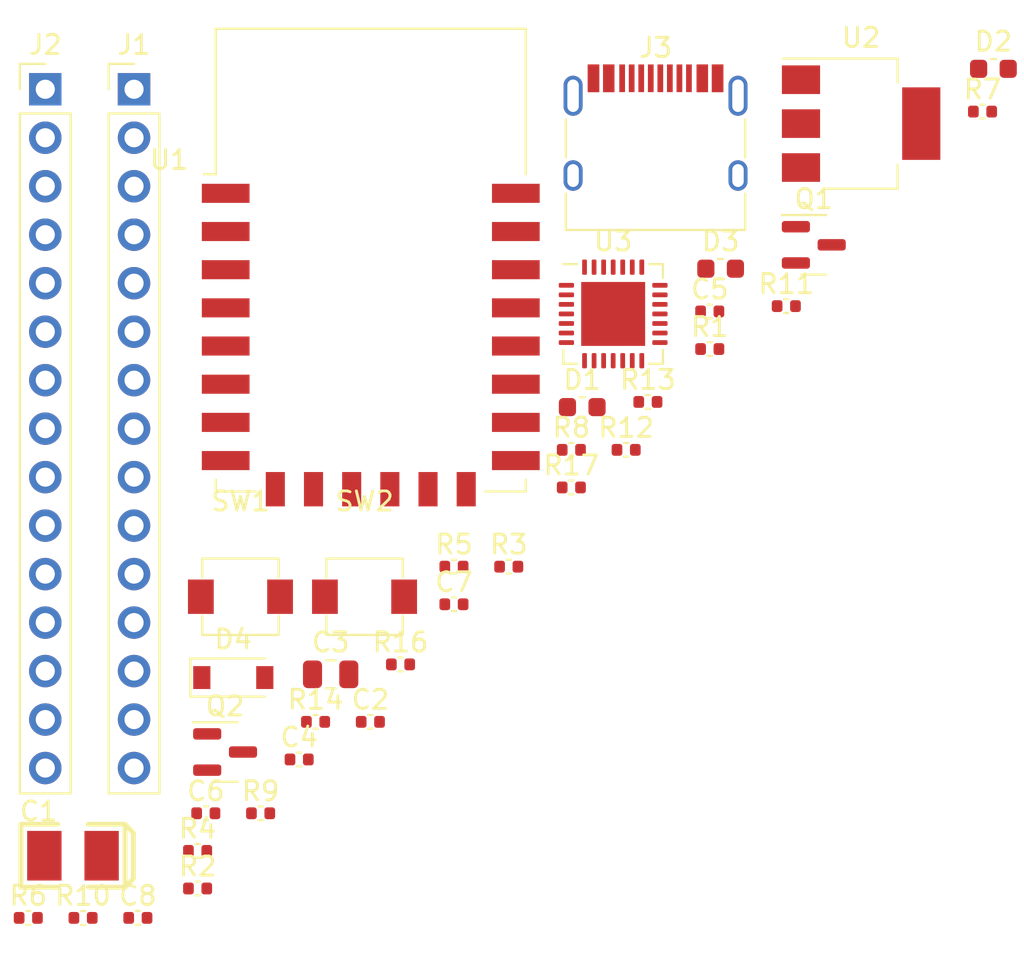
<source format=kicad_pcb>
(kicad_pcb (version 20211014) (generator pcbnew)
  (layers (0 "F.Cu" signal) (31 "B.Cu" signal) (34 "B.Paste" user) (35 "F.Paste" user) (36 "B.SilkS" user "B.Silkscreen") (37 "F.SilkS" user "F.Silkscreen") (38 "B.Mask" user) (39 "F.Mask" user) (44 "Edge.Cuts" user))
  (net 0 "")
  (net 1 "+3V3")
  (net 2 "GND")
  (net 3 "/nRST")
  (net 4 "+5VD")
  (net 5 "/VDDUSB")
  (net 6 "/GPIO16")
  (net 7 "Net-(D1-Pad2)")
  (net 8 "/TXD")
  (net 9 "Net-(D2-Pad2)")
  (net 10 "/RXD")
  (net 11 "Net-(D3-Pad2)")
  (net 12 "/ADC EX")
  (net 13 "/ADC")
  (net 15 "/GPIO10")
  (net 16 "/GPIO9")
  (net 17 "/SPI_INT")
  (net 18 "/SPI_MOSI")
  (net 19 "/SPI_MISO")
  (net 20 "/SPI_CLK")
  (net 21 "/EN")
  (net 22 "/GPIO5")
  (net 23 "/GPIO4")
  (net 24 "/GPIO0")
  (net 25 "/GPIO2")
  (net 26 "/GPIO14")
  (net 27 "/GPIO12")
  (net 28 "/GPIO13")
  (net 29 "/GPIO15")
  (net 31 "Net-(J3-PadA6)")
  (net 32 "Net-(J3-PadA7)")
  (net 36 "Net-(Q1-Pad1)")
  (net 37 "Net-(Q1-Pad2)")
  (net 38 "Net-(Q2-Pad1)")
  (net 39 "Net-(Q2-Pad2)")
  (net 40 "Net-(R7-Pad2)")
  (net 41 "Net-(R9-Pad2)")
  (net 42 "/DCD")
  (net 43 "/RI")
  (net 45 "Net-(R13-Pad2)")
  (net 46 "/ACTIVE")
  (net 48 "/CTS")
  (net 49 "/DSR")
  (footprint "Package_TO_SOT_SMD:SOT-23" (layer "F.Cu") (at 92.7684 54.268)
    (fp_text reference "Q2" (at 0 -2.4) (layer "F.SilkS"))
    (fp_text value "q2")
    (fp_line (start 0 -1.56) (end 0.65 -1.56) (layer "F.SilkS") (width 0.12))
    (fp_line (start 0 1.56) (end 0.65 1.56) (layer "F.SilkS") (width 0.12))
    (fp_line (start 0 -1.56) (end -1.675 -1.56) (layer "F.SilkS") (width 0.12))
    (fp_line (start 0 1.56) (end -0.65 1.56) (layer "F.SilkS") (width 0.12))
    (pad "1" smd roundrect (at -0.9375 -0.95) (size 1.475 0.6) (layers "F.Cu" "F.Paste" "F.Mask") (net 38 "Net-(Q2-Pad1)"))
    (pad "2" smd roundrect (at -0.9375 0.95) (size 1.475 0.6) (layers "F.Cu" "F.Paste" "F.Mask") (net 39 "Net-(Q2-Pad2)"))
    (pad "3" smd roundrect (at 0.9375 0) (size 1.475 0.6) (layers "F.Cu" "F.Paste" "F.Mask") (net 24 "/GPIO0"))
  )
  (footprint "Capacitor_SMD:C_0402_1005Metric" (layer "F.Cu") (at 118.1584 31.188)
    (fp_text reference "C5" (at 0 -1.16) (layer "F.SilkS"))
    (fp_text value "10uf")
    (fp_line (start -0.107836 0.36) (end 0.107836 0.36) (layer "F.SilkS") (width 0.12))
    (fp_line (start -0.107836 -0.36) (end 0.107836 -0.36) (layer "F.SilkS") (width 0.12))
    (pad "1" smd roundrect (at -0.48 0) (size 0.56 0.62) (layers "F.Cu" "F.Paste" "F.Mask") (net 1 "+3V3"))
    (pad "2" smd roundrect (at 0.48 0) (size 0.56 0.62) (layers "F.Cu" "F.Paste" "F.Mask") (net 2 "GND"))
  )
  (footprint "Capacitor_SMD:C_0603_1608Metric" (layer "F.Cu") (at 118.7284 28.948)
    (fp_text reference "D3" (at 0 -1.43) (layer "F.SilkS"))
    (fp_text value "RXD")
    (fp_line (start -0.14058 -0.51) (end 0.14058 -0.51) (layer "F.SilkS") (width 0.12))
    (fp_line (start -0.14058 0.51) (end 0.14058 0.51) (layer "F.SilkS") (width 0.12))
    (pad "1" smd roundrect (at -0.775 0) (size 0.9 0.95) (layers "F.Cu" "F.Paste" "F.Mask") (net 10 "/RXD"))
    (pad "2" smd roundrect (at 0.775 0) (size 0.9 0.95) (layers "F.Cu" "F.Paste" "F.Mask") (net 11 "Net-(D3-Pad2)"))
  )
  (footprint "Capacitor_SMD:C_0402_1005Metric" (layer "F.Cu") (at 96.6484 54.658)
    (fp_text reference "C4" (at 0 -1.16) (layer "F.SilkS"))
    (fp_text value "10uf")
    (fp_line (start -0.107836 0.36) (end 0.107836 0.36) (layer "F.SilkS") (width 0.12))
    (fp_line (start -0.107836 -0.36) (end 0.107836 -0.36) (layer "F.SilkS") (width 0.12))
    (pad "1" smd roundrect (at -0.48 0) (size 0.56 0.62) (layers "F.Cu" "F.Paste" "F.Mask") (net 1 "+3V3"))
    (pad "2" smd roundrect (at 0.48 0) (size 0.56 0.62) (layers "F.Cu" "F.Paste" "F.Mask") (net 2 "GND"))
  )
  (footprint "Capacitor_SMD:C_0402_1005Metric" (layer "F.Cu") (at 91.3284 61.418)
    (fp_text reference "R2" (at 0 -1.16) (layer "F.SilkS"))
    (fp_text value "470")
    (fp_line (start -0.107836 -0.36) (end 0.107836 -0.36) (layer "F.SilkS") (width 0.12))
    (fp_line (start -0.107836 0.36) (end 0.107836 0.36) (layer "F.SilkS") (width 0.12))
    (pad "1" smd roundrect (at -0.48 0) (size 0.56 0.62) (layers "F.Cu" "F.Paste" "F.Mask") (net 1 "+3V3"))
    (pad "2" smd roundrect (at 0.48 0) (size 0.56 0.62) (layers "F.Cu" "F.Paste" "F.Mask") (net 7 "Net-(D1-Pad2)"))
  )
  (footprint "Capacitor_SMD:C_0402_1005Metric" (layer "F.Cu") (at 107.6284 44.558)
    (fp_text reference "R3" (at 0 -1.16) (layer "F.SilkS"))
    (fp_text value "12K")
    (fp_line (start -0.107836 -0.36) (end 0.107836 -0.36) (layer "F.SilkS") (width 0.12))
    (fp_line (start -0.107836 0.36) (end 0.107836 0.36) (layer "F.SilkS") (width 0.12))
    (pad "1" smd roundrect (at -0.48 0) (size 0.56 0.62) (layers "F.Cu" "F.Paste" "F.Mask") (net 25 "/GPIO2"))
    (pad "2" smd roundrect (at 0.48 0) (size 0.56 0.62) (layers "F.Cu" "F.Paste" "F.Mask") (net 1 "+3V3"))
  )
  (footprint "myFootPrint:SMD,3x4x2mm" (layer "F.Cu") (at 93.5734 46.133)
    (fp_text reference "SW1" (at 0 -5 unlocked) (layer "F.SilkS"))
    (fp_text value "SW_Push")
    (fp_line (start 2 2) (end 2 1) (layer "F.SilkS") (width 0.12))
    (fp_line (start 2 -2) (end 2 -1) (layer "F.SilkS") (width 0.12))
    (fp_line (start -2 1) (end -2 2) (layer "F.SilkS") (width 0.12))
    (fp_line (start -2 2) (end 2 2) (layer "F.SilkS") (width 0.12))
    (fp_line (start -2 -1) (end -2 -2) (layer "F.SilkS") (width 0.12))
    (fp_line (start -2 -2) (end 2 -2) (layer "F.SilkS") (width 0.12))
    (pad "1" smd rect (at -2.075 0) (size 1.35 1.8) (property pad_prop_bga) (layers "F.Cu" "F.Paste" "F.Mask") (net 40 "Net-(R7-Pad2)"))
    (pad "2" smd rect (at 2.075 0) (size 1.35 1.8) (property pad_prop_bga) (layers "F.Cu" "F.Paste" "F.Mask") (net 2 "GND"))
  )
  (footprint "myFootPrint:SMD,3x4x2mm" (layer "F.Cu") (at 100.0734 46.133)
    (fp_text reference "SW2" (at 0 -5 unlocked) (layer "F.SilkS"))
    (fp_text value "SW_Push")
    (fp_line (start 2 -2) (end 2 -1) (layer "F.SilkS") (width 0.12))
    (fp_line (start 2 2) (end 2 1) (layer "F.SilkS") (width 0.12))
    (fp_line (start -2 -1) (end -2 -2) (layer "F.SilkS") (width 0.12))
    (fp_line (start -2 2) (end 2 2) (layer "F.SilkS") (width 0.12))
    (fp_line (start -2 1) (end -2 2) (layer "F.SilkS") (width 0.12))
    (fp_line (start -2 -2) (end 2 -2) (layer "F.SilkS") (width 0.12))
    (pad "1" smd rect (at -2.075 0) (size 1.35 1.8) (property pad_prop_bga) (layers "F.Cu" "F.Paste" "F.Mask") (net 41 "Net-(R9-Pad2)"))
    (pad "2" smd rect (at 2.075 0) (size 1.35 1.8) (property pad_prop_bga) (layers "F.Cu" "F.Paste" "F.Mask") (net 2 "GND"))
  )
  (footprint "Capacitor_SMD:C_0402_1005Metric" (layer "F.Cu") (at 91.7584 57.478)
    (fp_text reference "C6" (at 0 -1.16) (layer "F.SilkS"))
    (fp_text value "100nf")
    (fp_line (start -0.107836 0.36) (end 0.107836 0.36) (layer "F.SilkS") (width 0.12))
    (fp_line (start -0.107836 -0.36) (end 0.107836 -0.36) (layer "F.SilkS") (width 0.12))
    (pad "1" smd roundrect (at -0.48 0) (size 0.56 0.62) (layers "F.Cu" "F.Paste" "F.Mask") (net 1 "+3V3"))
    (pad "2" smd roundrect (at 0.48 0) (size 0.56 0.62) (layers "F.Cu" "F.Paste" "F.Mask") (net 2 "GND"))
  )
  (footprint "Connector_PinHeader_2.54mm:PinHeader_1x15_P2.54mm_Vertical" (layer "F.Cu") (at 83.3484 19.548)
    (fp_text reference "J2" (at 0 -2.33) (layer "F.SilkS"))
    (fp_text value "J1")
    (fp_line (start -1.33 -1.33) (end 0 -1.33) (layer "F.SilkS") (width 0.12))
    (fp_line (start -1.33 1.27) (end 1.33 1.27) (layer "F.SilkS") (width 0.12))
    (fp_line (start -1.33 36.89) (end 1.33 36.89) (layer "F.SilkS") (width 0.12))
    (fp_line (start -1.33 1.27) (end -1.33 36.89) (layer "F.SilkS") (width 0.12))
    (fp_line (start 1.33 1.27) (end 1.33 36.89) (layer "F.SilkS") (width 0.12))
    (fp_line (start -1.33 0) (end -1.33 -1.33) (layer "F.SilkS") (width 0.12))
    (pad "1" thru_hole rect (at 0 0) (size 1.7 1.7) (drill 1) (layers *.Cu *.Mask) (net 6 "/GPIO16"))
    (pad "2" thru_hole oval (at 0 2.54) (size 1.7 1.7) (drill 1) (layers *.Cu *.Mask) (net 22 "/GPIO5"))
    (pad "3" thru_hole oval (at 0 5.08) (size 1.7 1.7) (drill 1) (layers *.Cu *.Mask) (net 23 "/GPIO4"))
    (pad "4" thru_hole oval (at 0 7.62) (size 1.7 1.7) (drill 1) (layers *.Cu *.Mask) (net 24 "/GPIO0"))
    (pad "5" thru_hole oval (at 0 10.16) (size 1.7 1.7) (drill 1) (layers *.Cu *.Mask) (net 25 "/GPIO2"))
    (pad "6" thru_hole oval (at 0 12.7) (size 1.7 1.7) (drill 1) (layers *.Cu *.Mask) (net 1 "+3V3"))
    (pad "7" thru_hole oval (at 0 15.24) (size 1.7 1.7) (drill 1) (layers *.Cu *.Mask) (net 2 "GND"))
    (pad "8" thru_hole oval (at 0 17.78) (size 1.7 1.7) (drill 1) (layers *.Cu *.Mask) (net 26 "/GPIO14"))
    (pad "9" thru_hole oval (at 0 20.32) (size 1.7 1.7) (drill 1) (layers *.Cu *.Mask) (net 27 "/GPIO12"))
    (pad "10" thru_hole oval (at 0 22.86) (size 1.7 1.7) (drill 1) (layers *.Cu *.Mask) (net 28 "/GPIO13"))
    (pad "11" thru_hole oval (at 0 25.4) (size 1.7 1.7) (drill 1) (layers *.Cu *.Mask) (net 29 "/GPIO15"))
    (pad "12" thru_hole oval (at 0 27.94) (size 1.7 1.7) (drill 1) (layers *.Cu *.Mask) (net 10 "/RXD"))
    (pad "13" thru_hole oval (at 0 30.48) (size 1.7 1.7) (drill 1) (layers *.Cu *.Mask) (net 8 "/TXD"))
    (pad "14" thru_hole oval (at 0 33.02) (size 1.7 1.7) (drill 1) (layers *.Cu *.Mask) (net 2 "GND"))
    (pad "15" thru_hole oval (at 0 35.56) (size 1.7 1.7) (drill 1) (layers *.Cu *.Mask) (net 1 "+3V3"))
  )
  (footprint "Capacitor_SMD:C_0402_1005Metric" (layer "F.Cu") (at 101.9584 49.678)
    (fp_text reference "R16" (at 0 -1.16) (layer "F.SilkS"))
    (fp_text value "220K(1%)")
    (fp_line (start -0.107836 -0.36) (end 0.107836 -0.36) (layer "F.SilkS") (width 0.12))
    (fp_line (start -0.107836 0.36) (end 0.107836 0.36) (layer "F.SilkS") (width 0.12))
    (pad "1" smd roundrect (at -0.48 0) (size 0.56 0.62) (layers "F.Cu" "F.Paste" "F.Mask") (net 13 "/ADC"))
    (pad "2" smd roundrect (at 0.48 0) (size 0.56 0.62) (layers "F.Cu" "F.Paste" "F.Mask") (net 12 "/ADC EX"))
  )
  (footprint "lc_lib:CASE-B_3528" (layer "F.Cu") (at 84.8 59.7)
    (fp_text reference "C1" (at -1.800219 -2.326276) (layer "F.SilkS"))
    (fp_text value "100uf")
    (fp_line (start 0.8 -1.65) (end 2.727 -1.65) (layer "F.SilkS") (width 0.254))
    (fp_line (start 3.163 1.2) (end 3.163 -1.2) (layer "F.SilkS") (width 0.254))
    (fp_line (start 0.8 1.65) (end 2.727 1.65) (layer "F.SilkS") (width 0.254))
    (fp_line (start 2.727 1.65) (end 2.727 -1.65) (layer "F.SilkS") (width 0.254))
    (fp_line (start -2.727 -1.65) (end -0.8 -1.65) (layer "F.SilkS") (width 0.254))
    (fp_line (start 2.727 -1.65) (end 3.163 -1.2) (layer "F.SilkS") (width 0.254))
    (fp_line (start -2.727 1.65) (end -0.8 1.65) (layer "F.SilkS") (width 0.254))
    (fp_line (start -2.727 1.65) (end -2.727 -1.65) (layer "F.SilkS") (width 0.254))
    (fp_line (start 2.727 1.65) (end 3.163 1.2) (layer "F.SilkS") (width 0.254))
    (pad "1" smd rect locked (at 1.5 0 180) (size 1.8 2.6) (layers "F.Cu" "F.Paste" "F.Mask") (net 1 "+3V3"))
    (pad "2" smd rect locked (at -1.5 0 180) (size 1.8 2.6) (layers "F.Cu" "F.Paste" "F.Mask") (net 2 "GND"))
  )
  (footprint "Capacitor_SMD:C_0603_1608Metric" (layer "F.Cu") (at 111.4784 36.198)
    (fp_text reference "D1" (at 0 -1.43) (layer "F.SilkS"))
    (fp_text value "3.3")
    (fp_line (start -0.14058 -0.51) (end 0.14058 -0.51) (layer "F.SilkS") (width 0.12))
    (fp_line (start -0.14058 0.51) (end 0.14058 0.51) (layer "F.SilkS") (width 0.12))
    (pad "1" smd roundrect (at -0.775 0) (size 0.9 0.95) (layers "F.Cu" "F.Paste" "F.Mask") (net 6 "/GPIO16"))
    (pad "2" smd roundrect (at 0.775 0) (size 0.9 0.95) (layers "F.Cu" "F.Paste" "F.Mask") (net 7 "Net-(D1-Pad2)"))
  )
  (footprint "Capacitor_SMD:C_0402_1005Metric" (layer "F.Cu") (at 110.9084 40.408)
    (fp_text reference "R17" (at 0 -1.16) (layer "F.SilkS"))
    (fp_text value "100K(1%)")
    (fp_line (start -0.107836 -0.36) (end 0.107836 -0.36) (layer "F.SilkS") (width 0.12))
    (fp_line (start -0.107836 0.36) (end 0.107836 0.36) (layer "F.SilkS") (width 0.12))
    (pad "1" smd roundrect (at -0.48 0) (size 0.56 0.62) (layers "F.Cu" "F.Paste" "F.Mask") (net 13 "/ADC"))
    (pad "2" smd roundrect (at 0.48 0) (size 0.56 0.62) (layers "F.Cu" "F.Paste" "F.Mask") (net 2 "GND"))
  )
  (footprint "Capacitor_SMD:C_0402_1005Metric" (layer "F.Cu") (at 104.7584 44.558)
    (fp_text reference "R5" (at 0 -1.16) (layer "F.SilkS"))
    (fp_text value "1k")
    (fp_line (start -0.107836 -0.36) (end 0.107836 -0.36) (layer "F.SilkS") (width 0.12))
    (fp_line (start -0.107836 0.36) (end 0.107836 0.36) (layer "F.SilkS") (width 0.12))
    (pad "1" smd roundrect (at -0.48 0) (size 0.56 0.62) (layers "F.Cu" "F.Paste" "F.Mask") (net 1 "+3V3"))
    (pad "2" smd roundrect (at 0.48 0) (size 0.56 0.62) (layers "F.Cu" "F.Paste" "F.Mask") (net 11 "Net-(D3-Pad2)"))
  )
  (footprint "Package_TO_SOT_SMD:SOT-23" (layer "F.Cu") (at 123.6084 27.698)
    (fp_text reference "Q1" (at 0 -2.4) (layer "F.SilkS"))
    (fp_text value "q1")
    (fp_line (start 0 -1.56) (end 0.65 -1.56) (layer "F.SilkS") (width 0.12))
    (fp_line (start 0 1.56) (end -0.65 1.56) (layer "F.SilkS") (width 0.12))
    (fp_line (start 0 1.56) (end 0.65 1.56) (layer "F.SilkS") (width 0.12))
    (fp_line (start 0 -1.56) (end -1.675 -1.56) (layer "F.SilkS") (width 0.12))
    (pad "1" smd roundrect (at -0.9375 -0.95) (size 1.475 0.6) (layers "F.Cu" "F.Paste" "F.Mask") (net 36 "Net-(Q1-Pad1)"))
    (pad "2" smd roundrect (at -0.9375 0.95) (size 1.475 0.6) (layers "F.Cu" "F.Paste" "F.Mask") (net 37 "Net-(Q1-Pad2)"))
    (pad "3" smd roundrect (at 0.9375 0) (size 1.475 0.6) (layers "F.Cu" "F.Paste" "F.Mask") (net 3 "/nRST"))
  )
  (footprint "Capacitor_SMD:C_0402_1005Metric" (layer "F.Cu") (at 104.7584 46.528)
    (fp_text reference "C7" (at 0 -1.16) (layer "F.SilkS"))
    (fp_text value "100nf")
    (fp_line (start -0.107836 0.36) (end 0.107836 0.36) (layer "F.SilkS") (width 0.12))
    (fp_line (start -0.107836 -0.36) (end 0.107836 -0.36) (layer "F.SilkS") (width 0.12))
    (pad "1" smd roundrect (at -0.48 0) (size 0.56 0.62) (layers "F.Cu" "F.Paste" "F.Mask") (net 5 "/VDDUSB"))
    (pad "2" smd roundrect (at 0.48 0) (size 0.56 0.62) (layers "F.Cu" "F.Paste" "F.Mask") (net 2 "GND"))
  )
  (footprint "Diode_SMD:D_SOD-123" (layer "F.Cu") (at 93.1984 50.368)
    (fp_text reference "D4" (at 0 -2) (layer "F.SilkS"))
    (fp_text value "B120-E3")
    (fp_line (start -2.25 1) (end 1.65 1) (layer "F.SilkS") (width 0.12))
    (fp_line (start -2.25 -1) (end 1.65 -1) (layer "F.SilkS") (width 0.12))
    (fp_line (start -2.25 -1) (end -2.25 1) (layer "F.SilkS") (width 0.12))
    (pad "1" smd rect (at -1.65 0) (size 0.9 1.2) (layers "F.Cu" "F.Paste" "F.Mask") (net 4 "+5VD"))
    (pad "2" smd rect (at 1.65 0) (size 0.9 1.2) (layers "F.Cu" "F.Paste" "F.Mask") (net 5 "/VDDUSB"))
  )
  (footprint "Capacitor_SMD:C_0402_1005Metric" (layer "F.Cu") (at 113.7784 38.438)
    (fp_text reference "R12" (at 0 -1.16) (layer "F.SilkS"))
    (fp_text value "12K")
    (fp_line (start -0.107836 -0.36) (end 0.107836 -0.36) (layer "F.SilkS") (width 0.12))
    (fp_line (start -0.107836 0.36) (end 0.107836 0.36) (layer "F.SilkS") (width 0.12))
    (pad "1" smd roundrect (at -0.48 0) (size 0.56 0.62) (layers "F.Cu" "F.Paste" "F.Mask") (net 36 "Net-(Q1-Pad1)"))
    (pad "2" smd roundrect (at 0.48 0) (size 0.56 0.62) (layers "F.Cu" "F.Paste" "F.Mask") (net 39 "Net-(Q2-Pad2)"))
  )
  (footprint "RF_Module:ESP-12E" (layer "F.Cu") (at 100.4 28.5)
    (fp_text reference "U1" (at -10.56 -5.26) (layer "F.SilkS"))
    (fp_text value "ESP-12E")
    (fp_line (start -6 12.12) (end -8.12 12.12) (layer "F.SilkS") (width 0.12))
    (fp_line (start -8.12 12.12) (end -8.12 11.5) (layer "F.SilkS") (width 0.12))
    (fp_line (start 8.12 12.12) (end 6 12.12) (layer "F.SilkS") (width 0.12))
    (fp_line (start -8.12 -4.5) (end -8.12 -12.12) (layer "F.SilkS") (width 0.12))
    (fp_line (start 8.12 -12.12) (end 8.12 -4.5) (layer "F.SilkS") (width 0.12))
    (fp_line (start 8.12 11.5) (end 8.12 12.12) (layer "F.SilkS") (width 0.12))
    (fp_line (start -8.12 -4.5) (end -8.73 -4.5) (layer "F.SilkS") (width 0.12))
    (fp_line (start -8.12 -12.12) (end 8.12 -12.12) (layer "F.SilkS") (width 0.12))
    (pad "1" smd rect (at -7.6 -3.5) (size 2.5 1) (layers "F.Cu" "F.Paste" "F.Mask") (net 3 "/nRST"))
    (pad "2" smd rect (at -7.6 -1.5) (size 2.5 1) (layers "F.Cu" "F.Paste" "F.Mask") (net 13 "/ADC"))
    (pad "3" smd rect (at -7.6 0.5) (size 2.5 1) (layers "F.Cu" "F.Paste" "F.Mask") (net 21 "/EN"))
    (pad "4" smd rect (at -7.6 2.5) (size 2.5 1) (layers "F.Cu" "F.Paste" "F.Mask") (net 6 "/GPIO16"))
    (pad "5" smd rect (at -7.6 4.5) (size 2.5 1) (layers "F.Cu" "F.Paste" "F.Mask") (net 26 "/GPIO14"))
    (pad "6" smd rect (at -7.6 6.5) (size 2.5 1) (layers "F.Cu" "F.Paste" "F.Mask") (net 27 "/GPIO12"))
    (pad "7" smd rect (at -7.6 8.5) (size 2.5 1) (layers "F.Cu" "F.Paste" "F.Mask") (net 28 "/GPIO13"))
    (pad "8" smd rect (at -7.6 10.5) (size 2.5 1) (layers "F.Cu" "F.Paste" "F.Mask") (net 1 "+3V3"))
    (pad "9" smd rect (at -5 12) (size 1 1.8) (layers "F.Cu" "F.Paste" "F.Mask") (net 18 "/SPI_MOSI"))
    (pad "10" smd rect (at -3 12) (size 1 1.8) (layers "F.Cu" "F.Paste" "F.Mask") (net 19 "/SPI_MISO"))
    (pad "11" smd rect (at -1 12) (size 1 1.8) (layers "F.Cu" "F.Paste" "F.Mask") (net 16 "/GPIO9"))
    (pad "12" smd rect (at 1 12) (size 1 1.8) (layers "F.Cu" "F.Paste" "F.Mask") (net 15 "/GPIO10"))
    (pad "13" smd rect (at 3 12) (size 1 1.8) (layers "F.Cu" "F.Paste" "F.Mask") (net 17 "/SPI_INT"))
    (pad "14" smd rect (at 5 12) (size 1 1.8) (layers "F.Cu" "F.Paste" "F.Mask") (net 20 "/SPI_CLK"))
    (pad "15" smd rect (at 7.6 10.5) (size 2.5 1) (layers "F.Cu" "F.Paste" "F.Mask") (net 2 "GND"))
    (pad "16" smd rect (at 7.6 8.5) (size 2.5 1) (layers "F.Cu" "F.Paste" "F.Mask") (net 29 "/GPIO15"))
    (pad "17" smd rect (at 7.6 6.5) (size 2.5 1) (layers "F.Cu" "F.Paste" "F.Mask") (net 25 "/GPIO2"))
    (pad "18" smd rect (at 7.6 4.5) (size 2.5 1) (layers "F.Cu" "F.Paste" "F.Mask") (net 24 "/GPIO0"))
    (pad "19" smd rect (at 7.6 2.5) (size 2.5 1) (layers "F.Cu" "F.Paste" "F.Mask") (net 23 "/GPIO4"))
    (pad "20" smd rect (at 7.6 0.5) (size 2.5 1) (layers "F.Cu" "F.Paste" "F.Mask") (net 22 "/GPIO5"))
    (pad "21" smd rect (at 7.6 -1.5) (size 2.5 1) (layers "F.Cu" "F.Paste" "F.Mask") (net 10 "/RXD"))
    (pad "22" smd rect (at 7.6 -3.5) (size 2.5 1) (layers "F.Cu" "F.Paste" "F.Mask") (net 8 "/TXD"))
  )
  (footprint "Package_TO_SOT_SMD:SOT-223" (layer "F.Cu") (at 126.0884 21.348)
    (fp_text reference "U2" (at 0 -4.5) (layer "F.SilkS"))
    (fp_text value "NCP1117-1.5_SOT223")
    (fp_line (start 1.91 3.41) (end 1.91 2.15) (layer "F.SilkS") (width 0.12))
    (fp_line (start -1.85 3.41) (end 1.91 3.41) (layer "F.SilkS") (width 0.12))
    (fp_line (start -4.1 -3.41) (end 1.91 -3.41) (layer "F.SilkS") (width 0.12))
    (fp_line (start 1.91 -3.41) (end 1.91 -2.15) (layer "F.SilkS") (width 0.12))
    (pad "1" smd rect (at -3.15 -2.3) (size 2 1.5) (layers "F.Cu" "F.Paste" "F.Mask") (net 2 "GND"))
    (pad "2" smd rect (at -3.15 0) (size 2 1.5) (layers "F.Cu" "F.Paste" "F.Mask") (net 1 "+3V3"))
    (pad "3" smd rect (at -3.15 2.3) (size 2 1.5) (layers "F.Cu" "F.Paste" "F.Mask") (net 4 "+5VD"))
    (pad "4" smd rect (at 3.15 0) (size 2 3.8) (layers "F.Cu" "F.Paste" "F.Mask"))
  )
  (footprint "Capacitor_SMD:C_0402_1005Metric" (layer "F.Cu") (at 118.1584 33.158)
    (fp_text reference "R1" (at 0 -1.16) (layer "F.SilkS"))
    (fp_text value "12K")
    (fp_line (start -0.107836 0.36) (end 0.107836 0.36) (layer "F.SilkS") (width 0.12))
    (fp_line (start -0.107836 -0.36) (end 0.107836 -0.36) (layer "F.SilkS") (width 0.12))
    (pad "1" smd roundrect (at -0.48 0) (size 0.56 0.62) (layers "F.Cu" "F.Paste" "F.Mask") (net 24 "/GPIO0"))
    (pad "2" smd roundrect (at 0.48 0) (size 0.56 0.62) (layers "F.Cu" "F.Paste" "F.Mask") (net 1 "+3V3"))
  )
  (footprint "Capacitor_SMD:C_0402_1005Metric" (layer "F.Cu") (at 100.3784 52.688)
    (fp_text reference "C2" (at 0 -1.16) (layer "F.SilkS"))
    (fp_text value "100nf")
    (fp_line (start -0.107836 -0.36) (end 0.107836 -0.36) (layer "F.SilkS") (width 0.12))
    (fp_line (start -0.107836 0.36) (end 0.107836 0.36) (layer "F.SilkS") (width 0.12))
    (pad "1" smd roundrect (at -0.48 0) (size 0.56 0.62) (layers "F.Cu" "F.Paste" "F.Mask") (net 2 "GND"))
    (pad "2" smd roundrect (at 0.48 0) (size 0.56 0.62) (layers "F.Cu" "F.Paste" "F.Mask") (net 3 "/nRST"))
  )
  (footprint "Connector_USB:USB_C_Receptacle_HRO_TYPE-C-31-M-12" (layer "F.Cu") (at 115.3184 23.018)
    (fp_text reference "J3" (at 0 -5.645) (layer "F.SilkS"))
    (fp_text value "usbc")
    (fp_line (start -4.7 -1.9) (end -4.7 0.1) (layer "F.SilkS") (width 0.12))
    (fp_line (start -4.7 3.9) (end 4.7 3.9) (layer "F.SilkS") (width 0.12))
    (fp_line (start 4.7 2) (end 4.7 3.9) (layer "F.SilkS") (width 0.12))
    (fp_line (start 4.7 -1.9) (end 4.7 0.1) (layer "F.SilkS") (width 0.12))
    (fp_line (start -4.7 2) (end -4.7 3.9) (layer "F.SilkS") (width 0.12))
    (pad "" np_thru_hole circle (at 2.89 -2.6) (size 0.65 0.65) (drill 0.65) (layers *.Cu *.Mask))
    (pad "" np_thru_hole circle (at -2.89 -2.6) (size 0.65 0.65) (drill 0.65) (layers *.Cu *.Mask))
    (pad "A1" smd rect (at -3.25 -4.045) (size 0.6 1.45) (layers "F.Cu" "F.Paste" "F.Mask") (net 2 "GND"))
    (pad "A4" smd rect (at -2.45 -4.045) (size 0.6 1.45) (layers "F.Cu" "F.Paste" "F.Mask") (net 5 "/VDDUSB"))
    (pad "A5" smd rect (at -1.25 -4.045) (size 0.3 1.45) (layers "F.Cu" "F.Paste" "F.Mask"))
    (pad "A6" smd rect (at -0.25 -4.045) (size 0.3 1.45) (layers "F.Cu" "F.Paste" "F.Mask") (net 31 "Net-(J3-PadA6)"))
    (pad "A7" smd rect (at 0.25 -4.045) (size 0.3 1.45) (layers "F.Cu" "F.Paste" "F.Mask") (net 32 "Net-(J3-PadA7)"))
    (pad "A8" smd rect (at 1.25 -4.045) (size 0.3 1.45) (layers "F.Cu" "F.Paste" "F.Mask"))
    (pad "A9" smd rect (at 2.45 -4.045) (size 0.6 1.45) (layers "F.Cu" "F.Paste" "F.Mask") (net 5 "/VDDUSB"))
    (pad "A12" smd rect (at 3.25 -4.045) (size 0.6 1.45) (layers "F.Cu" "F.Paste" "F.Mask") (net 2 "GND"))
    (pad "B1" smd rect (at 3.25 -4.045) (size 0.6 1.45) (layers "F.Cu" "F.Paste" "F.Mask") (net 2 "GND"))
    (pad "B4" smd rect (at 2.45 -4.045) (size 0.6 1.45) (layers "F.Cu" "F.Paste" "F.Mask") (net 5 "/VDDUSB"))
    (pad "B5" smd rect (at 1.75 -4.045) (size 0.3 1.45) (layers "F.Cu" "F.Paste" "F.Mask"))
    (pad "B6" smd rect (at 0.75 -4.045) (size 0.3 1.45) (layers "F.Cu" "F.Paste" "F.Mask") (net 31 "Net-(J3-PadA6)"))
    (pad "B7" smd rect (at -0.75 -4.045) (size 0.3 1.45) (layers "F.Cu" "F.Paste" "F.Mask") (net 32 "Net-(J3-PadA7)"))
    (pad "B8" smd rect (at -1.75 -4.045) (size 0.3 1.45) (layers "F.Cu" "F.Paste" "F.Mask"))
    (pad "B9" smd rect (at -2.45 -4.045) (size 0.6 1.45) (layers "F.Cu" "F.Paste" "F.Mask") (net 5 "/VDDUSB"))
    (pad "B12" smd rect (at -3.25 -4.045) (size 0.6 1.45) (layers "F.Cu" "F.Paste" "F.Mask") (net 2 "GND"))
    (pad "S1" thru_hole oval (at 4.32 1.05) (size 1 1.6) (drill oval 0.6 1.2) (layers *.Cu *.Mask) (net 2 "GND"))
    (pad "S1" thru_hole oval (at -4.32 -3.13) (size 1 2.1) (drill oval 0.6 1.7) (layers *.Cu *.Mask) (net 2 "GND"))
    (pad "S1" thru_hole oval (at -4.32 1.05) (size 1 1.6) (drill oval 0.6 1.2) (layers *.Cu *.Mask) (net 2 "GND"))
    (pad "S1" thru_hole oval (at 4.32 -3.13) (size 1 2.1) (drill oval 0.6 1.7) (layers *.Cu *.Mask) (net 2 "GND"))
  )
  (footprint "Package_DFN_QFN:QFN-28-1EP_5x5mm_P0.5mm_EP3.35x3.35mm" (layer "F.Cu") (at 113.0984 31.318)
    (fp_text reference "U3" (at 0 -3.8) (layer "F.SilkS"))
    (fp_text value "CP2102-GMR_[C6568]")
    (fp_line (start 1.885 -2.61) (end 2.61 -2.61) (layer "F.SilkS") (width 0.12))
    (fp_line (start 1.885 2.61) (end 2.61 2.61) (layer "F.SilkS") (width 0.12))
    (fp_line (start 2.61 -2.61) (end 2.61 -1.885) (layer "F.SilkS") (width 0.12))
    (fp_line (start -1.885 2.61) (end -2.61 2.61) (layer "F.SilkS") (width 0.12))
    (fp_line (start -1.885 -2.61) (end -2.61 -2.61) (layer "F.SilkS") (width 0.12))
    (fp_line (start 2.61 2.61) (end 2.61 1.885) (layer "F.SilkS") (width 0.12))
    (fp_line (start -2.61 2.61) (end -2.61 1.885) (layer "F.SilkS") (width 0.12))
    (pad "1" smd roundrect (at -2.45 -1.5) (size 0.8 0.25) (layers "F.Cu" "F.Paste" "F.Mask") (net 42 "/DCD"))
    (pad "2" smd roundrect (at -2.45 -1) (size 0.8 0.25) (layers "F.Cu" "F.Paste" "F.Mask") (net 43 "/RI"))
    (pad "3" smd roundrect (at -2.45 -0.5) (size 0.8 0.25) (layers "F.Cu" "F.Paste" "F.Mask") (net 2 "GND"))
    (pad "4" smd roundrect (at -2.45 0) (size 0.8 0.25) (layers "F.Cu" "F.Paste" "F.Mask") (net 31 "Net-(J3-PadA6)"))
    (pad "5" smd roundrect (at -2.45 0.5) (size 0.8 0.25) (layers "F.Cu" "F.Paste" "F.Mask") (net 32 "Net-(J3-PadA7)"))
    (pad "6" smd roundrect (at -2.45 1) (size 0.8 0.25) (layers "F.Cu" "F.Paste" "F.Mask") (net 1 "+3V3"))
    (pad "7" smd roundrect (at -2.45 1.5) (size 0.8 0.25) (layers "F.Cu" "F.Paste" "F.Mask") (net 1 "+3V3"))
    (pad "8" smd roundrect (at -1.5 2.45) (size 0.25 0.8) (layers "F.Cu" "F.Paste" "F.Mask") (net 5 "/VDDUSB"))
    (pad "9" smd roundrect (at -1 2.45) (size 0.25 0.8) (layers "F.Cu" "F.Paste" "F.Mask"))
    (pad "10" smd roundrect (at -0.5 2.45) (size 0.25 0.8) (layers "F.Cu" "F.Paste" "F.Mask"))
    (pad "11" smd roundrect (at 0 2.45) (size 0.25 0.8) (layers "F.Cu" "F.Paste" "F.Mask") (net 46 "/ACTIVE"))
    (pad "12" smd roundrect (at 0.5 2.45) (size 0.25 0.8) (layers "F.Cu" "F.Paste" "F.Mask"))
    (pad "13" smd roundrect (at 1 2.45) (size 0.25 0.8) (layers "F.Cu" "F.Paste" "F.Mask"))
    (pad "14" smd roundrect (at 1.5 2.45) (size 0.25 0.8) (layers "F.Cu" "F.Paste" "F.Mask"))
    (pad "15" smd roundrect (at 2.45 1.5) (size 0.8 0.25) (layers "F.Cu" "F.Paste" "F.Mask"))
    (pad "16" smd roundrect (at 2.45 1) (size 0.8 0.25) (layers "F.Cu" "F.Paste" "F.Mask"))
    (pad "17" smd roundrect (at 2.45 0.5) (size 0.8 0.25) (layers "F.Cu" "F.Paste" "F.Mask"))
    (pad "18" smd roundrect (at 2.45 0) (size 0.8 0.25) (layers "F.Cu" "F.Paste" "F.Mask"))
    (pad "19" smd roundrect (at 2.45 -0.5) (size 0.8 0.25) (layers "F.Cu" "F.Paste" "F.Mask"))
    (pad "20" smd roundrect (at 2.45 -1) (size 0.8 0.25) (layers "F.Cu" "F.Paste" "F.Mask"))
    (pad "21" smd roundrect (at 2.45 -1.5) (size 0.8 0.25) (layers "F.Cu" "F.Paste" "F.Mask"))
    (pad "22" smd roundrect (at 1.5 -2.45) (size 0.25 0.8) (layers "F.Cu" "F.Paste" "F.Mask"))
    (pad "23" smd roundrect (at 1 -2.45) (size 0.25 0.8) (layers "F.Cu" "F.Paste" "F.Mask") (net 48 "/CTS"))
    (pad "24" smd roundrect (at 0.5 -2.45) (size 0.25 0.8) (layers "F.Cu" "F.Paste" "F.Mask") (net 37 "Net-(Q1-Pad2)"))
    (pad "25" smd roundrect (at 0 -2.45) (size 0.25 0.8) (layers "F.Cu" "F.Paste" "F.Mask") (net 8 "/TXD"))
    (pad "26" smd roundrect (at -0.5 -2.45) (size 0.25 0.8) (layers "F.Cu" "F.Paste" "F.Mask") (net 45 "Net-(R13-Pad2)"))
    (pad "27" smd roundrect (at -1 -2.45) (size 0.25 0.8) (layers "F.Cu" "F.Paste" "F.Mask") (net 49 "/DSR"))
    (pad "28" smd roundrect (at -1.5 -2.45) (size 0.25 0.8) (layers "F.Cu" "F.Paste" "F.Mask") (net 39 "Net-(Q2-Pad2)"))
    (pad "29" smd rect (at 0 0) (size 3.35 3.35) (layers "F.Cu" "F.Mask"))
  )
  (footprint "Capacitor_SMD:C_0402_1005Metric" (layer "F.Cu") (at 85.3284 62.958)
    (fp_text reference "R10" (at 0 -1.16) (layer "F.SilkS"))
    (fp_text value "12K")
    (fp_line (start -0.107836 0.36) (end 0.107836 0.36) (layer "F.SilkS") (width 0.12))
    (fp_line (start -0.107836 -0.36) (end 0.107836 -0.36) (layer "F.SilkS") (width 0.12))
    (pad "1" smd roundrect (at -0.48 0) (size 0.56 0.62) (layers "F.Cu" "F.Paste" "F.Mask") (net 3 "/nRST"))
    (pad "2" smd roundrect (at 0.48 0) (size 0.56 0.62) (layers "F.Cu" "F.Paste" "F.Mask") (net 1 "+3V3"))
  )
  (footprint "Capacitor_SMD:C_0603_1608Metric" (layer "F.Cu") (at 133.0184 18.478)
    (fp_text reference "D2" (at 0 -1.43) (layer "F.SilkS"))
    (fp_text value "TXD")
    (fp_line (start -0.14058 0.51) (end 0.14058 0.51) (layer "F.SilkS") (width 0.12))
    (fp_line (start -0.14058 -0.51) (end 0.14058 -0.51) (layer "F.SilkS") (width 0.12))
    (pad "1" smd roundrect (at -0.775 0) (size 0.9 0.95) (layers "F.Cu" "F.Paste" "F.Mask") (net 8 "/TXD"))
    (pad "2" smd roundrect (at 0.775 0) (size 0.9 0.95) (layers "F.Cu" "F.Paste" "F.Mask") (net 9 "Net-(D2-Pad2)"))
  )
  (footprint "Capacitor_SMD:C_0402_1005Metric" (layer "F.Cu") (at 122.1684 30.908)
    (fp_text reference "R11" (at 0 -1.16) (layer "F.SilkS"))
    (fp_text value "12K")
    (fp_line (start -0.107836 -0.36) (end 0.107836 -0.36) (layer "F.SilkS") (width 0.12))
    (fp_line (start -0.107836 0.36) (end 0.107836 0.36) (layer "F.SilkS") (width 0.12))
    (pad "1" smd roundrect (at -0.48 0) (size 0.56 0.62) (layers "F.Cu" "F.Paste" "F.Mask") (net 29 "/GPIO15"))
    (pad "2" smd roundrect (at 0.48 0) (size 0.56 0.62) (layers "F.Cu" "F.Paste" "F.Mask") (net 2 "GND"))
  )
  (footprint "Capacitor_SMD:C_0805_2012Metric" (layer "F.Cu") (at 98.2984 50.198)
    (fp_text reference "C3" (at 0 -1.68) (layer "F.SilkS"))
    (fp_text value "10uf 25v")
    (fp_line (start -0.261252 -0.735) (end 0.261252 -0.735) (layer "F.SilkS") (width 0.12))
    (fp_line (start -0.261252 0.735) (end 0.261252 0.735) (layer "F.SilkS") (width 0.12))
    (pad "1" smd roundrect (at -0.95 0) (size 1 1.45) (layers "F.Cu" "F.Paste" "F.Mask") (net 4 "+5VD"))
    (pad "2" smd roundrect (at 0.95 0) (size 1 1.45) (layers "F.Cu" "F.Paste" "F.Mask") (net 2 "GND"))
  )
  (footprint "Capacitor_SMD:C_0402_1005Metric" (layer "F.Cu") (at 114.9184 35.928)
    (fp_text reference "R13" (at 0 -1.16) (layer "F.SilkS"))
    (fp_text value "470")
    (fp_line (start -0.107836 -0.36) (end 0.107836 -0.36) (layer "F.SilkS") (width 0.12))
    (fp_line (start -0.107836 0.36) (end 0.107836 0.36) (layer "F.SilkS") (width 0.12))
    (pad "1" smd roundrect (at -0.48 0) (size 0.56 0.62) (layers "F.Cu" "F.Paste" "F.Mask") (net 10 "/RXD"))
    (pad "2" smd roundrect (at 0.48 0) (size 0.56 0.62) (layers "F.Cu" "F.Paste" "F.Mask") (net 45 "Net-(R13-Pad2)"))
  )
  (footprint "Capacitor_SMD:C_0402_1005Metric" (layer "F.Cu") (at 91.3284 59.448)
    (fp_text reference "R4" (at 0 -1.16) (layer "F.SilkS"))
    (fp_text value "1k")
    (fp_line (start -0.107836 -0.36) (end 0.107836 -0.36) (layer "F.SilkS") (width 0.12))
    (fp_line (start -0.107836 0.36) (end 0.107836 0.36) (layer "F.SilkS") (width 0.12))
    (pad "1" smd roundrect (at -0.48 0) (size 0.56 0.62) (layers "F.Cu" "F.Paste" "F.Mask") (net 1 "+3V3"))
    (pad "2" smd roundrect (at 0.48 0) (size 0.56 0.62) (layers "F.Cu" "F.Paste" "F.Mask") (net 9 "Net-(D2-Pad2)"))
  )
  (footprint "Capacitor_SMD:C_0402_1005Metric" (layer "F.Cu") (at 82.4584 62.958)
    (fp_text reference "R6" (at 0 -1.16) (layer "F.SilkS"))
    (fp_text value "12k")
    (fp_line (start -0.107836 0.36) (end 0.107836 0.36) (layer "F.SilkS") (width 0.12))
    (fp_line (start -0.107836 -0.36) (end 0.107836 -0.36) (layer "F.SilkS") (width 0.12))
    (pad "1" smd roundrect (at -0.48 0) (size 0.56 0.62) (layers "F.Cu" "F.Paste" "F.Mask") (net 21 "/EN"))
    (pad "2" smd roundrect (at 0.48 0) (size 0.56 0.62) (layers "F.Cu" "F.Paste" "F.Mask") (net 1 "+3V3"))
  )
  (footprint "Capacitor_SMD:C_0402_1005Metric" (layer "F.Cu") (at 94.6284 57.478)
    (fp_text reference "R9" (at 0 -1.16) (layer "F.SilkS"))
    (fp_text value "470")
    (fp_line (start -0.107836 0.36) (end 0.107836 0.36) (layer "F.SilkS") (width 0.12))
    (fp_line (start -0.107836 -0.36) (end 0.107836 -0.36) (layer "F.SilkS") (width 0.12))
    (pad "1" smd roundrect (at -0.48 0) (size 0.56 0.62) (layers "F.Cu" "F.Paste" "F.Mask") (net 24 "/GPIO0"))
    (pad "2" smd roundrect (at 0.48 0) (size 0.56 0.62) (layers "F.Cu" "F.Paste" "F.Mask") (net 41 "Net-(R9-Pad2)"))
  )
  (footprint "Connector_PinHeader_2.54mm:PinHeader_1x15_P2.54mm_Vertical" (layer "F.Cu") (at 87.9984 19.548)
    (fp_text reference "J1" (at 0 -2.33) (layer "F.SilkS"))
    (fp_text value "J2")
    (fp_line (start 1.33 1.27) (end 1.33 36.89) (layer "F.SilkS") (width 0.12))
    (fp_line (start -1.33 1.27) (end -1.33 36.89) (layer "F.SilkS") (width 0.12))
    (fp_line (start -1.33 -1.33) (end 0 -1.33) (layer "F.SilkS") (width 0.12))
    (fp_line (start -1.33 0) (end -1.33 -1.33) (layer "F.SilkS") (width 0.12))
    (fp_line (start -1.33 36.89) (end 1.33 36.89) (layer "F.SilkS") (width 0.12))
    (fp_line (start -1.33 1.27) (end 1.33 1.27) (layer "F.SilkS") (width 0.12))
    (pad "1" thru_hole rect (at 0 0) (size 1.7 1.7) (drill 1) (layers *.Cu *.Mask) (net 12 "/ADC EX"))
    (pad "2" thru_hole oval (at 0 2.54) (size 1.7 1.7) (drill 1) (layers *.Cu *.Mask) (net 13 "/ADC"))
    (pad "3" thru_hole oval (at 0 5.08) (size 1.7 1.7) (drill 1) (layers *.Cu *.Mask))
    (pad "4" thru_hole oval (at 0 7.62) (size 1.7 1.7) (drill 1) (layers *.Cu *.Mask) (net 15 "/GPIO10"))
    (pad "5" thru_hole oval (at 0 10.16) (size 1.7 1.7) (drill 1) (layers *.Cu *.Mask) (net 16 "/GPIO9"))
    (pad "6" thru_hole oval (at 0 12.7) (size 1.7 1.7) (drill 1) (layers *.Cu *.Mask) (net 17 "/SPI_INT"))
    (pad "7" thru_hole oval (at 0 15.24) (size 1.7 1.7) (drill 1) (layers *.Cu *.Mask) (net 18 "/SPI_MOSI"))
    (pad "8" thru_hole oval (at 0 17.78) (size 1.7 1.7) (drill 1) (layers *.Cu *.Mask) (net 19 "/SPI_MISO"))
    (pad "9" thru_hole oval (at 0 20.32) (size 1.7 1.7) (drill 1) (layers *.Cu *.Mask) (net 20 "/SPI_CLK"))
    (pad "10" thru_hole oval (at 0 22.86) (size 1.7 1.7) (drill 1) (layers *.Cu *.Mask) (net 2 "GND"))
    (pad "11" thru_hole oval (at 0 25.4) (size 1.7 1.7) (drill 1) (layers *.Cu *.Mask) (net 1 "+3V3"))
    (pad "12" thru_hole oval (at 0 27.94) (size 1.7 1.7) (drill 1) (layers *.Cu *.Mask) (net 21 "/EN"))
    (pad "13" thru_hole oval (at 0 30.48) (size 1.7 1.7) (drill 1) (layers *.Cu *.Mask) (net 3 "/nRST"))
    (pad "14" thru_hole oval (at 0 33.02) (size 1.7 1.7) (drill 1) (layers *.Cu *.Mask) (net 2 "GND"))
    (pad "15" thru_hole oval (at 0 35.56) (size 1.7 1.7) (drill 1) (layers *.Cu *.Mask) (net 5 "/VDDUSB"))
  )
  (footprint "Capacitor_SMD:C_0402_1005Metric" (layer "F.Cu") (at 110.9084 38.438)
    (fp_text reference "R8" (at 0 -1.16) (layer "F.SilkS"))
    (fp_text value "470")
    (fp_line (start -0.107836 -0.36) (end 0.107836 -0.36) (layer "F.SilkS") (width 0.12))
    (fp_line (start -0.107836 0.36) (end 0.107836 0.36) (layer "F.SilkS") (width 0.12))
    (pad "1" smd roundrect (at -0.48 0) (size 0.56 0.62) (layers "F.Cu" "F.Paste" "F.Mask") (net 3 "/nRST"))
    (pad "2" smd roundrect (at 0.48 0) (size 0.56 0.62) (layers "F.Cu" "F.Paste" "F.Mask") (net 40 "Net-(R7-Pad2)"))
  )
  (footprint "Capacitor_SMD:C_0402_1005Metric" (layer "F.Cu") (at 97.5084 52.688)
    (fp_text reference "R14" (at 0 -1.16) (layer "F.SilkS"))
    (fp_text value "12K")
    (fp_line (start -0.107836 -0.36) (end 0.107836 -0.36) (layer "F.SilkS") (width 0.12))
    (fp_line (start -0.107836 0.36) (end 0.107836 0.36) (layer "F.SilkS") (width 0.12))
    (pad "1" smd roundrect (at -0.48 0) (size 0.56 0.62) (layers "F.Cu" "F.Paste" "F.Mask") (net 38 "Net-(Q2-Pad1)"))
    (pad "2" smd roundrect (at 0.48 0) (size 0.56 0.62) (layers "F.Cu" "F.Paste" "F.Mask") (net 37 "Net-(Q1-Pad2)"))
  )
  (footprint "Capacitor_SMD:C_0402_1005Metric" (layer "F.Cu") (at 88.1984 62.958)
    (fp_text reference "C8" (at 0 -1.16) (layer "F.SilkS"))
    (fp_text value "10uf")
    (fp_line (start -0.107836 0.36) (end 0.107836 0.36) (layer "F.SilkS") (width 0.12))
    (fp_line (start -0.107836 -0.36) (end 0.107836 -0.36) (layer "F.SilkS") (width 0.12))
    (pad "1" smd roundrect (at -0.48 0) (size 0.56 0.62) (layers "F.Cu" "F.Paste" "F.Mask") (net 5 "/VDDUSB"))
    (pad "2" smd roundrect (at 0.48 0) (size 0.56 0.62) (layers "F.Cu" "F.Paste" "F.Mask") (net 2 "GND"))
  )
  (footprint "Capacitor_SMD:C_0402_1005Metric" (layer "F.Cu") (at 132.4484 20.718)
    (fp_text reference "R7" (at 0 -1.16) (layer "F.SilkS"))
    (fp_text value "0")
    (fp_line (start -0.107836 0.36) (end 0.107836 0.36) (layer "F.SilkS") (width 0.12))
    (fp_line (start -0.107836 -0.36) (end 0.107836 -0.36) (layer "F.SilkS") (width 0.12))
    (pad "1" smd roundrect (at -0.48 0) (size 0.56 0.62) (layers "F.Cu" "F.Paste" "F.Mask") (net 6 "/GPIO16"))
    (pad "2" smd roundrect (at 0.48 0) (size 0.56 0.62) (layers "F.Cu" "F.Paste" "F.Mask") (net 40 "Net-(R7-Pad2)"))
  )
)
</source>
